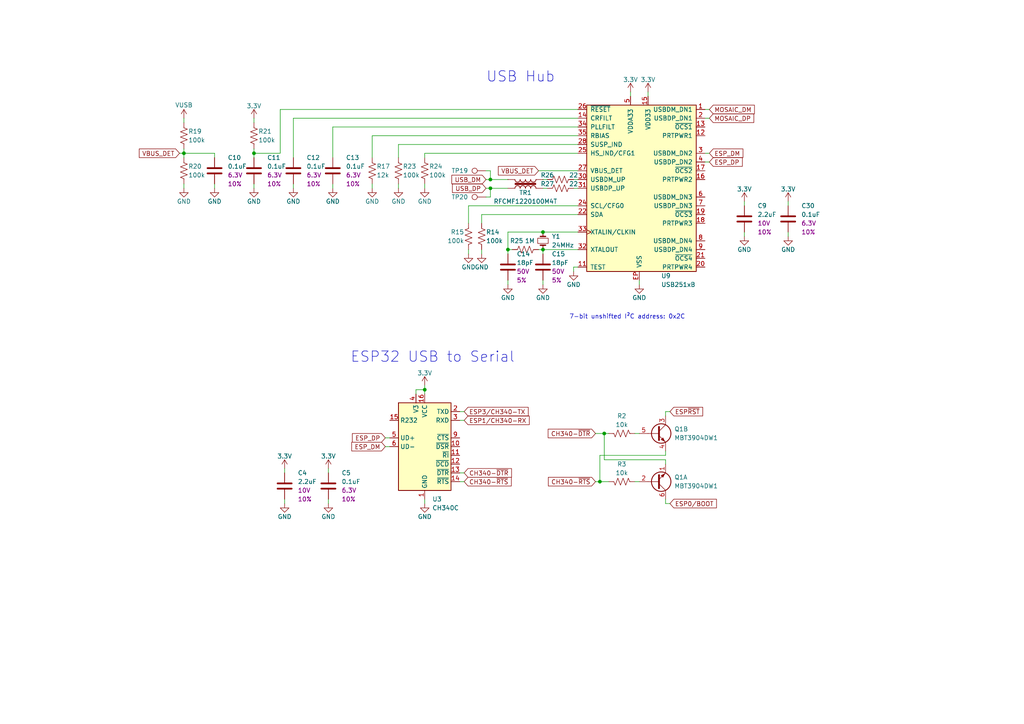
<source format=kicad_sch>
(kicad_sch (version 20230121) (generator eeschema)
  (paper "A4")
  (lib_symbols
    (symbol "SparkFun-Capacitor:0.1uF_0402_6.3V_10%" (pin_numbers hide) (pin_names (offset 0.254))
      (property "Reference" "C" (at 0.635 2.54 0))
      (property "Value" "0.1uF" (at 0.635 -2.54 0))
      (property "Voltage" "6.3V" (at 0 -6.35 0))
      (property "Tolerance" "10%" (at 0 -8.89 0))
      (symbol "0.1uF_0402_6.3V_10%_0_1"
        (polyline (pts (xy -2.032 -0.762) (xy 2.032 -0.762)) (stroke (width 0.508)))
        (polyline (pts (xy -2.032 0.762) (xy 2.032 0.762)) (stroke (width 0.508)))
      )
      (symbol "0.1uF_0402_6.3V_10%_1_1"
        (pin passive line (at 0 3.81 270) (length 2.794) (name "~") (number "1"))
        (pin passive line (at 0 -3.81 90) (length 2.794) (name "~") (number "2"))
      )
    )
    (symbol "SparkFun-Capacitor:18pF_0603_50V_5%" (pin_numbers hide) (pin_names (offset 0.254))
      (property "Reference" "C" (at 0.635 2.54 0))
      (property "Value" "18pF" (at 0.635 -2.54 0))
      (property "Voltage" "50V" (at 0 -6.35 0))
      (property "Tolerance" "5%" (at 0 -8.89 0))
      (symbol "18pF_0603_50V_5%_0_1"
        (polyline (pts (xy -2.032 -0.762) (xy 2.032 -0.762)) (stroke (width 0.508)))
        (polyline (pts (xy -2.032 0.762) (xy 2.032 0.762)) (stroke (width 0.508)))
      )
      (symbol "18pF_0603_50V_5%_1_1"
        (pin passive line (at 0 3.81 270) (length 2.794) (name "~") (number "1"))
        (pin passive line (at 0 -3.81 90) (length 2.794) (name "~") (number "2"))
      )
    )
    (symbol "SparkFun-Capacitor:2.2uF_0402_10V_10%" (pin_numbers hide) (pin_names (offset 0.254))
      (property "Reference" "C" (at 0.635 2.54 0))
      (property "Value" "2.2uF" (at 0.635 -2.54 0))
      (property "Voltage" "10V" (at 0 -6.35 0))
      (property "Tolerance" "10%" (at 0 -8.89 0))
      (symbol "2.2uF_0402_10V_10%_0_1"
        (polyline (pts (xy -2.032 -0.762) (xy 2.032 -0.762)) (stroke (width 0.508)))
        (polyline (pts (xy -2.032 0.762) (xy 2.032 0.762)) (stroke (width 0.508)))
      )
      (symbol "2.2uF_0402_10V_10%_1_1"
        (pin passive line (at 0 3.81 270) (length 2.794) (name "~") (number "1"))
        (pin passive line (at 0 -3.81 90) (length 2.794) (name "~") (number "2"))
      )
    )
    (symbol "SparkFun-Clock:Crystal_24MHz_2.0x1.6mm" (pin_numbers hide) (pin_names (offset 1.016) hide)
      (property "Reference" "Y" (at 0 2.54 0))
      (property "Value" "24MHz" (at 0 -2.54 0))
      (symbol "Crystal_24MHz_2.0x1.6mm_0_1"
        (rectangle (start -0.762 -1.524) (end 0.762 1.524))
        (polyline (pts (xy -1.27 -0.762) (xy -1.27 0.762)) (stroke (width 0.381)))
        (polyline (pts (xy 1.27 -0.762) (xy 1.27 0.762)) (stroke (width 0.381)))
      )
      (symbol "Crystal_24MHz_2.0x1.6mm_1_1"
        (pin passive line (at -2.54 0 0) (length 1.27) (name "1") (number "1"))
        (pin passive line (at 2.54 0 180) (length 1.27) (name "2") (number "2"))
      )
    )
    (symbol "SparkFun-Coil:USB_Transformer" (pin_numbers hide) (pin_names (offset 0))
      (property "Reference" "TR" (at 0 3.81 0))
      (property "Value" "RFCMF1220100M4T" (at 0 -3.81 0))
      (symbol "USB_Transformer_0_1"
        (rectangle (start -3.048 -0.254) (end 3.048 0.254) (stroke (width 0.0254)) (fill (type outline)))
        (arc (start -3.048 1.27) (mid -2.286 0.5113) (end -1.524 1.27) (stroke (width 0.2032)))
        (arc (start -1.524 -1.27) (mid -2.286 -0.5113) (end -3.048 -1.27) (stroke (width 0.2032)))
        (arc (start -1.524 1.27) (mid -0.762 0.5113) (end 0 1.27) (stroke (width 0.2032)))
        (arc (start 0 -1.27) (mid -0.762 -0.5113) (end -1.524 -1.27) (stroke (width 0.2032)))
        (polyline (pts (xy -5.0546 -1.27) (xy -3.048 -1.27)))
        (polyline (pts (xy 5.08 -1.27) (xy 3.048 -1.27)))
        (polyline (pts (xy 5.08 1.27) (xy 3.048 1.27)))
        (arc (start 0 1.27) (mid 0.762 0.5113) (end 1.524 1.27) (stroke (width 0.2032)))
        (arc (start 1.524 -1.27) (mid 0.762 -0.5113) (end 0 -1.27) (stroke (width 0.2032)))
        (arc (start 1.524 1.27) (mid 2.286 0.5113) (end 3.048 1.27) (stroke (width 0.2032)))
        (arc (start 3.048 -1.27) (mid 2.286 -0.5113) (end 1.524 -1.27) (stroke (width 0.2032)))
      )
      (symbol "USB_Transformer_1_1"
        (polyline (pts (xy -5.08 1.27) (xy -3.048 1.27)))
        (pin passive line (at -5.08 1.27 0) (length 0) (name "~") (number "1"))
        (pin passive line (at 5.08 1.27 180) (length 0) (name "~") (number "2"))
        (pin passive line (at -5.08 -1.27 0) (length 0) (name "~") (number "3"))
        (pin passive line (at 5.08 -1.27 180) (length 0) (name "~") (number "4"))
      )
    )
    (symbol "SparkFun-Connector:TestPoint_1.0mm" (pin_numbers hide) (pin_names (offset 0.762) hide)
      (property "Reference" "TP" (at 0 5.08 0))
      (symbol "TestPoint_1.0mm_0_1"
        (circle (center 0 3.302) (radius 0.762))
      )
      (symbol "TestPoint_1.0mm_1_1"
        (pin passive line (at 0 0 90) (length 2.54) (name "1") (number "1"))
      )
    )
    (symbol "SparkFun-DiscreteSemi:Q_NPN_DUAL" (pin_names (offset 0) hide)
      (property "Reference" "Q" (at 5.08 1.27 0))
      (property "Value" "MBT3904DW1" (at 5.08 -1.27 0))
      (symbol "Q_NPN_DUAL_0_1"
        (polyline (pts (xy 0.635 0) (xy -2.54 0)))
        (polyline (pts (xy 0.635 0.635) (xy 2.54 2.54)))
        (polyline (pts (xy 0.635 -0.635) (xy 2.54 -2.54) (xy 2.54 -2.54)))
        (polyline (pts (xy 0.635 1.905) (xy 0.635 -1.905) (xy 0.635 -1.905)) (stroke (width 0.508)))
        (polyline (pts (xy 1.27 -1.778) (xy 1.778 -1.27) (xy 2.286 -2.286) (xy 1.27 -1.778) (xy 1.27 -1.778)) (fill (type outline)))
        (circle (center 1.27 0) (radius 2.8194) (stroke (width 0.254)))
      )
      (symbol "Q_NPN_DUAL_1_1"
        (pin passive line (at 2.54 -5.08 90) (length 2.54) (name "E1") (number "1"))
        (pin input line (at -5.08 0 0) (length 2.54) (name "B1") (number "2"))
        (pin passive line (at 2.54 5.08 270) (length 2.54) (name "C1") (number "6"))
      )
      (symbol "Q_NPN_DUAL_2_1"
        (pin passive line (at 2.54 5.08 270) (length 2.54) (name "C2") (number "3"))
        (pin passive line (at 2.54 -5.08 90) (length 2.54) (name "E2") (number "4"))
        (pin input line (at -5.08 0 0) (length 2.54) (name "B2") (number "5"))
      )
    )
    (symbol "SparkFun-IC-Comm:CH340C"
      (property "Reference" "U" (at 2.1941 -15.24 0))
      (property "Value" "CH340C" (at 2.1941 -17.78 0))
      (symbol "CH340C_0_1"
        (rectangle (start -7.62 12.7) (end 7.62 -12.7) (stroke (width 0.254)) (fill (type background)))
      )
      (symbol "CH340C_1_1"
        (pin power_in line (at 0 -15.24 90) (length 2.54) (name "GND") (number "1"))
        (pin input line (at 10.16 0 180) (length 2.54) (name "~{DSR}") (number "10"))
        (pin input line (at 10.16 -2.54 180) (length 2.54) (name "~{RI}") (number "11"))
        (pin input line (at 10.16 -5.08 180) (length 2.54) (name "~{DCD}") (number "12"))
        (pin output line (at 10.16 -7.62 180) (length 2.54) (name "~{DTR}") (number "13"))
        (pin output line (at 10.16 -10.16 180) (length 2.54) (name "~{RTS}") (number "14"))
        (pin input line (at -10.16 7.62 0) (length 2.54) (name "R232") (number "15"))
        (pin power_in line (at 0 15.24 270) (length 2.54) (name "VCC") (number "16"))
        (pin output line (at 10.16 10.16 180) (length 2.54) (name "TXD") (number "2"))
        (pin input line (at 10.16 7.62 180) (length 2.54) (name "RXD") (number "3"))
        (pin passive line (at -2.54 15.24 270) (length 2.54) (name "V3") (number "4"))
        (pin bidirectional line (at -10.16 2.54 0) (length 2.54) (name "UD+") (number "5"))
        (pin bidirectional line (at -10.16 0 0) (length 2.54) (name "UD-") (number "6"))
        (pin no_connect line (at -7.62 -7.62 0) (length 2.54) hide (name "NC") (number "7"))
        (pin no_connect line (at -7.62 -10.16 0) (length 2.54) hide (name "NC") (number "8"))
        (pin input line (at 10.16 2.54 180) (length 2.54) (name "~{CTS}") (number "9"))
      )
    )
    (symbol "SparkFun-IC-Comm:USB251xB" (pin_names (offset 1.016))
      (property "Reference" "U" (at -13.97 26.67 0))
      (property "Value" "USB251xB" (at -11.43 24.13 0))
      (symbol "USB251xB_0_1"
        (rectangle (start -15.24 22.86) (end 16.51 -25.4) (stroke (width 0.254)) (fill (type background)))
      )
      (symbol "USB251xB_1_1"
        (pin bidirectional line (at 19.05 21.59 180) (length 2.54) (name "USBDM_DN1") (number "1"))
        (pin power_in line (at -2.54 25.4 270) (length 2.54) hide (name "VDDA33") (number "10"))
        (pin input line (at -17.78 -24.13 0) (length 2.54) (name "TEST") (number "11"))
        (pin bidirectional line (at 19.05 13.97 180) (length 2.54) (name "PRTPWR1") (number "12"))
        (pin input line (at 19.05 16.51 180) (length 2.54) (name "~{OCS1}") (number "13"))
        (pin input line (at -17.78 19.05 0) (length 2.54) (name "CRFILT") (number "14"))
        (pin power_in line (at 2.54 25.4 270) (length 2.54) (name "VDD33") (number "15"))
        (pin bidirectional line (at 19.05 1.27 180) (length 2.54) (name "PRTPWR2") (number "16"))
        (pin input line (at 19.05 3.81 180) (length 2.54) (name "~{OCS2}") (number "17"))
        (pin bidirectional line (at 19.05 -11.43 180) (length 2.54) (name "PRTPWR3") (number "18"))
        (pin input line (at 19.05 -8.89 180) (length 2.54) (name "~{OCS3}") (number "19"))
        (pin bidirectional line (at 19.05 19.05 180) (length 2.54) (name "USBDP_DN1") (number "2"))
        (pin bidirectional line (at 19.05 -24.13 180) (length 2.54) (name "PRTPWR4") (number "20"))
        (pin input line (at 19.05 -21.59 180) (length 2.54) (name "~{OCS4}") (number "21"))
        (pin bidirectional line (at -17.78 -8.89 0) (length 2.54) (name "SDA") (number "22"))
        (pin power_in line (at 2.54 25.4 270) (length 2.54) hide (name "VDD33") (number "23"))
        (pin bidirectional line (at -17.78 -6.35 0) (length 2.54) (name "SCL/CFG0") (number "24"))
        (pin bidirectional line (at -17.78 8.89 0) (length 2.54) (name "HS_IND/CFG1") (number "25"))
        (pin input line (at -17.78 21.59 0) (length 2.54) (name "~{RESET}") (number "26"))
        (pin input line (at -17.78 3.81 0) (length 2.54) (name "VBUS_DET") (number "27"))
        (pin bidirectional line (at -17.78 11.43 0) (length 2.54) (name "SUSP_IND") (number "28"))
        (pin power_in line (at -2.54 25.4 270) (length 2.54) hide (name "VDDA33") (number "29"))
        (pin bidirectional line (at 19.05 8.89 180) (length 2.54) (name "USBDM_DN2") (number "3"))
        (pin bidirectional line (at -17.78 1.27 0) (length 2.54) (name "USBDM_UP") (number "30"))
        (pin bidirectional line (at -17.78 -1.27 0) (length 2.54) (name "USBDP_UP") (number "31"))
        (pin output line (at -17.78 -19.05 0) (length 2.54) (name "XTALOUT") (number "32"))
        (pin input clock (at -17.78 -13.97 0) (length 2.54) (name "XTALIN/CLKIN") (number "33"))
        (pin input line (at -17.78 16.51 0) (length 2.54) (name "PLLFILT") (number "34"))
        (pin input line (at -17.78 13.97 0) (length 2.54) (name "RBIAS") (number "35"))
        (pin power_in line (at -2.54 25.4 270) (length 2.54) hide (name "VDDA33") (number "36"))
        (pin bidirectional line (at 19.05 6.35 180) (length 2.54) (name "USBDP_DN2") (number "4"))
        (pin power_in line (at -2.54 25.4 270) (length 2.54) (name "VDDA33") (number "5"))
        (pin bidirectional line (at 19.05 -3.81 180) (length 2.54) (name "USBDM_DN3") (number "6"))
        (pin bidirectional line (at 19.05 -6.35 180) (length 2.54) (name "USBDP_DN3") (number "7"))
        (pin bidirectional line (at 19.05 -16.51 180) (length 2.54) (name "USBDM_DN4") (number "8"))
        (pin bidirectional line (at 19.05 -19.05 180) (length 2.54) (name "USBDP_DN4") (number "9"))
        (pin power_in line (at 0 -27.94 90) (length 2.54) (name "VSS") (number "EP"))
      )
    )
    (symbol "SparkFun-PowerSymbol:3.3V" (power) (pin_names (offset 0))
      (property "Value" "3.3V" (at 0 3.556 0))
      (symbol "3.3V_0_1"
        (polyline (pts (xy -0.762 1.27) (xy 0 2.54)))
        (polyline (pts (xy 0 0) (xy 0 2.54)))
        (polyline (pts (xy 0 2.54) (xy 0.762 1.27)))
      )
      (symbol "3.3V_1_1"
        (pin power_in line (at 0 0 90) (length 0) hide (name "3.3V") (number "1"))
      )
    )
    (symbol "SparkFun-PowerSymbol:VUSB" (power) (pin_names (offset 0))
      (property "Value" "VUSB" (at 0 3.81 0))
      (symbol "VUSB_0_1"
        (polyline (pts (xy -0.762 1.27) (xy 0 2.54)))
        (polyline (pts (xy 0 0) (xy 0 2.54)))
        (polyline (pts (xy 0 2.54) (xy 0.762 1.27)))
      )
      (symbol "VUSB_1_1"
        (pin power_in line (at 0 0 90) (length 0) hide (name "VUSB") (number "1"))
      )
    )
    (symbol "SparkFun-Resistor:100k_0402" (pin_numbers hide) (pin_names (offset 0))
      (property "Reference" "R" (at 0 -2.54 0))
      (property "Value" "100k" (at 0 2.54 0))
      (symbol "100k_0402_0_1"
        (polyline (pts (xy -2.286 0) (xy -2.54 0)))
        (polyline (pts (xy 2.286 0) (xy 2.54 0)))
        (polyline (pts (xy -0.762 0) (xy -1.143 -1.016) (xy -1.524 0) (xy -1.905 1.016) (xy -2.286 0)))
        (polyline (pts (xy 0.762 0) (xy 0.381 -1.016) (xy 0 0) (xy -0.381 1.016) (xy -0.762 0)))
        (polyline (pts (xy 2.286 0) (xy 1.905 -1.016) (xy 1.524 0) (xy 1.143 1.016) (xy 0.762 0)))
      )
      (symbol "100k_0402_1_1"
        (pin passive line (at 3.81 0 180) (length 1.27) (name "~") (number "1"))
        (pin passive line (at -3.81 0 0) (length 1.27) (name "~") (number "2"))
      )
    )
    (symbol "SparkFun-Resistor:10k_0402" (pin_numbers hide) (pin_names (offset 0))
      (property "Reference" "R" (at 0 -2.54 0))
      (property "Value" "10k" (at 0 2.54 0))
      (symbol "10k_0402_0_1"
        (polyline (pts (xy -2.286 0) (xy -2.54 0)))
        (polyline (pts (xy 2.286 0) (xy 2.54 0)))
        (polyline (pts (xy -0.762 0) (xy -1.143 -1.016) (xy -1.524 0) (xy -1.905 1.016) (xy -2.286 0)))
        (polyline (pts (xy 0.762 0) (xy 0.381 -1.016) (xy 0 0) (xy -0.381 1.016) (xy -0.762 0)))
        (polyline (pts (xy 2.286 0) (xy 1.905 -1.016) (xy 1.524 0) (xy 1.143 1.016) (xy 0.762 0)))
      )
      (symbol "10k_0402_1_1"
        (pin passive line (at 3.81 0 180) (length 1.27) (name "~") (number "1"))
        (pin passive line (at -3.81 0 0) (length 1.27) (name "~") (number "2"))
      )
    )
    (symbol "SparkFun-Resistor:12k_0402" (pin_numbers hide) (pin_names (offset 0))
      (property "Reference" "R" (at 0 -2.54 0))
      (property "Value" "12k" (at 0 2.54 0))
      (symbol "12k_0402_0_1"
        (polyline (pts (xy -2.286 0) (xy -2.54 0)))
        (polyline (pts (xy 2.286 0) (xy 2.54 0)))
        (polyline (pts (xy -0.762 0) (xy -1.143 -1.016) (xy -1.524 0) (xy -1.905 1.016) (xy -2.286 0)))
        (polyline (pts (xy 0.762 0) (xy 0.381 -1.016) (xy 0 0) (xy -0.381 1.016) (xy -0.762 0)))
        (polyline (pts (xy 2.286 0) (xy 1.905 -1.016) (xy 1.524 0) (xy 1.143 1.016) (xy 0.762 0)))
      )
      (symbol "12k_0402_1_1"
        (pin passive line (at 3.81 0 180) (length 1.27) (name "~") (number "1"))
        (pin passive line (at -3.81 0 0) (length 1.27) (name "~") (number "2"))
      )
    )
    (symbol "SparkFun-Resistor:1M_0402" (pin_numbers hide) (pin_names (offset 0))
      (property "Reference" "R" (at 0 -2.54 0))
      (property "Value" "1M" (at 0 2.54 0))
      (symbol "1M_0402_0_1"
        (polyline (pts (xy -2.286 0) (xy -2.54 0)))
        (polyline (pts (xy 2.286 0) (xy 2.54 0)))
        (polyline (pts (xy -0.762 0) (xy -1.143 -1.016) (xy -1.524 0) (xy -1.905 1.016) (xy -2.286 0)))
        (polyline (pts (xy 0.762 0) (xy 0.381 -1.016) (xy 0 0) (xy -0.381 1.016) (xy -0.762 0)))
        (polyline (pts (xy 2.286 0) (xy 1.905 -1.016) (xy 1.524 0) (xy 1.143 1.016) (xy 0.762 0)))
      )
      (symbol "1M_0402_1_1"
        (pin passive line (at 3.81 0 180) (length 1.27) (name "~") (number "1"))
        (pin passive line (at -3.81 0 0) (length 1.27) (name "~") (number "2"))
      )
    )
    (symbol "SparkFun-Resistor:22_0402" (pin_numbers hide) (pin_names (offset 0))
      (property "Reference" "R" (at 0 -2.54 0))
      (property "Value" "22" (at 0 2.54 0))
      (symbol "22_0402_0_1"
        (polyline (pts (xy -2.286 0) (xy -2.54 0)))
        (polyline (pts (xy 2.286 0) (xy 2.54 0)))
        (polyline (pts (xy -0.762 0) (xy -1.143 -1.016) (xy -1.524 0) (xy -1.905 1.016) (xy -2.286 0)))
        (polyline (pts (xy 0.762 0) (xy 0.381 -1.016) (xy 0 0) (xy -0.381 1.016) (xy -0.762 0)))
        (polyline (pts (xy 2.286 0) (xy 1.905 -1.016) (xy 1.524 0) (xy 1.143 1.016) (xy 0.762 0)))
      )
      (symbol "22_0402_1_1"
        (pin passive line (at 3.81 0 180) (length 1.27) (name "~") (number "1"))
        (pin passive line (at -3.81 0 0) (length 1.27) (name "~") (number "2"))
      )
    )
    (symbol "power:GND" (power) (pin_names (offset 0))
      (property "Value" "GND" (at 0 -3.81 0))
      (symbol "GND_0_1"
        (polyline (pts (xy 0 0) (xy 0 -1.27) (xy 1.27 -1.27) (xy 0 -2.54) (xy -1.27 -1.27) (xy 0 -1.27)))
      )
      (symbol "GND_1_1"
        (pin power_in line (at 0 0 270) (length 0) hide (name "GND") (number "1"))
      )
    )
  )
  (junction (at 53.34 44.45))
  (junction (at 73.66 44.45))
  (junction (at 142.24 54.61))
  (junction (at 173.99 139.7))
  (junction (at 142.24 52.07))
  (junction (at 157.48 72.39))
  (junction (at 123.19 113.03))
  (junction (at 157.48 67.31))
  (junction (at 175.26 125.73))
  (junction (at 147.32 72.39))
  (wire (pts (xy 107.95 54.61) (xy 107.95 53.34)))
  (wire (pts (xy 53.34 44.45) (xy 62.23 44.45)))
  (wire (pts (xy 215.9 67.31) (xy 215.9 68.58)))
  (wire (pts (xy 166.37 54.61) (xy 167.64 54.61)))
  (wire (pts (xy 147.32 72.39) (xy 147.32 73.66)))
  (wire (pts (xy 167.64 77.47) (xy 166.37 77.47)))
  (wire (pts (xy 73.66 44.45) (xy 73.66 43.18)))
  (wire (pts (xy 81.28 44.45) (xy 73.66 44.45)))
  (wire (pts (xy 194.31 119.38) (xy 193.04 119.38)))
  (wire (pts (xy 167.64 59.69) (xy 135.89 59.69)))
  (wire (pts (xy 175.26 125.73) (xy 175.26 133.35)))
  (wire (pts (xy 123.19 144.78) (xy 123.19 146.05)))
  (wire (pts (xy 142.24 49.53) (xy 142.24 52.07)))
  (wire (pts (xy 167.64 36.83) (xy 96.52 36.83)))
  (wire (pts (xy 123.19 54.61) (xy 123.19 53.34)))
  (wire (pts (xy 140.97 49.53) (xy 142.24 49.53)))
  (wire (pts (xy 115.57 54.61) (xy 115.57 53.34)))
  (wire (pts (xy 115.57 41.91) (xy 115.57 45.72)))
  (wire (pts (xy 52.07 44.45) (xy 53.34 44.45)))
  (wire (pts (xy 142.24 54.61) (xy 147.32 54.61)))
  (wire (pts (xy 107.95 39.37) (xy 107.95 45.72)))
  (wire (pts (xy 135.89 72.39) (xy 135.89 73.66)))
  (wire (pts (xy 147.32 72.39) (xy 148.59 72.39)))
  (wire (pts (xy 167.64 39.37) (xy 107.95 39.37)))
  (wire (pts (xy 176.53 139.7) (xy 173.99 139.7)))
  (wire (pts (xy 204.47 34.29) (xy 205.74 34.29)))
  (wire (pts (xy 147.32 82.55) (xy 147.32 81.28)))
  (wire (pts (xy 147.32 67.31) (xy 157.48 67.31)))
  (wire (pts (xy 167.64 44.45) (xy 123.19 44.45)))
  (wire (pts (xy 82.55 137.16) (xy 82.55 135.89)))
  (wire (pts (xy 167.64 62.23) (xy 139.7 62.23)))
  (wire (pts (xy 166.37 77.47) (xy 166.37 78.74)))
  (wire (pts (xy 123.19 113.03) (xy 123.19 114.3)))
  (wire (pts (xy 73.66 54.61) (xy 73.66 53.34)))
  (wire (pts (xy 120.65 113.03) (xy 123.19 113.03)))
  (wire (pts (xy 140.97 54.61) (xy 142.24 54.61)))
  (wire (pts (xy 187.96 26.67) (xy 187.96 27.94)))
  (wire (pts (xy 82.55 144.78) (xy 82.55 146.05)))
  (wire (pts (xy 85.09 54.61) (xy 85.09 53.34)))
  (wire (pts (xy 193.04 132.08) (xy 173.99 132.08)))
  (wire (pts (xy 134.62 139.7) (xy 133.35 139.7)))
  (wire (pts (xy 73.66 34.29) (xy 73.66 35.56)))
  (wire (pts (xy 193.04 144.78) (xy 193.04 146.05)))
  (wire (pts (xy 176.53 125.73) (xy 175.26 125.73)))
  (wire (pts (xy 185.42 82.55) (xy 185.42 81.28)))
  (wire (pts (xy 120.65 114.3) (xy 120.65 113.03)))
  (wire (pts (xy 140.97 57.15) (xy 142.24 57.15)))
  (wire (pts (xy 157.48 72.39) (xy 167.64 72.39)))
  (wire (pts (xy 185.42 125.73) (xy 184.15 125.73)))
  (wire (pts (xy 204.47 31.75) (xy 205.74 31.75)))
  (wire (pts (xy 140.97 52.07) (xy 142.24 52.07)))
  (wire (pts (xy 173.99 132.08) (xy 173.99 139.7)))
  (wire (pts (xy 167.64 34.29) (xy 85.09 34.29)))
  (wire (pts (xy 193.04 134.62) (xy 193.04 133.35)))
  (wire (pts (xy 228.6 67.31) (xy 228.6 68.58)))
  (wire (pts (xy 95.25 135.89) (xy 95.25 137.16)))
  (wire (pts (xy 139.7 62.23) (xy 139.7 64.77)))
  (wire (pts (xy 167.64 41.91) (xy 115.57 41.91)))
  (wire (pts (xy 228.6 58.42) (xy 228.6 59.69)))
  (wire (pts (xy 142.24 52.07) (xy 147.32 52.07)))
  (wire (pts (xy 204.47 46.99) (xy 205.74 46.99)))
  (wire (pts (xy 73.66 44.45) (xy 73.66 45.72)))
  (wire (pts (xy 157.48 72.39) (xy 157.48 73.66)))
  (wire (pts (xy 81.28 31.75) (xy 81.28 44.45)))
  (wire (pts (xy 142.24 54.61) (xy 142.24 57.15)))
  (wire (pts (xy 96.52 36.83) (xy 96.52 45.72)))
  (wire (pts (xy 123.19 111.76) (xy 123.19 113.03)))
  (wire (pts (xy 95.25 144.78) (xy 95.25 146.05)))
  (wire (pts (xy 182.88 26.67) (xy 182.88 27.94)))
  (wire (pts (xy 204.47 44.45) (xy 205.74 44.45)))
  (wire (pts (xy 194.31 146.05) (xy 193.04 146.05)))
  (wire (pts (xy 133.35 119.38) (xy 134.62 119.38)))
  (wire (pts (xy 135.89 59.69) (xy 135.89 64.77)))
  (wire (pts (xy 53.34 34.29) (xy 53.34 35.56)))
  (wire (pts (xy 157.48 72.39) (xy 156.21 72.39)))
  (wire (pts (xy 53.34 43.18) (xy 53.34 44.45)))
  (wire (pts (xy 85.09 34.29) (xy 85.09 45.72)))
  (wire (pts (xy 167.64 31.75) (xy 81.28 31.75)))
  (wire (pts (xy 123.19 44.45) (xy 123.19 45.72)))
  (wire (pts (xy 157.48 52.07) (xy 158.75 52.07)))
  (wire (pts (xy 156.21 49.53) (xy 167.64 49.53)))
  (wire (pts (xy 111.76 127) (xy 113.03 127)))
  (wire (pts (xy 157.48 82.55) (xy 157.48 81.28)))
  (wire (pts (xy 53.34 44.45) (xy 53.34 45.72)))
  (wire (pts (xy 53.34 54.61) (xy 53.34 53.34)))
  (wire (pts (xy 62.23 44.45) (xy 62.23 45.72)))
  (wire (pts (xy 147.32 67.31) (xy 147.32 72.39)))
  (wire (pts (xy 166.37 52.07) (xy 167.64 52.07)))
  (wire (pts (xy 215.9 59.69) (xy 215.9 58.42)))
  (wire (pts (xy 193.04 120.65) (xy 193.04 119.38)))
  (wire (pts (xy 133.35 137.16) (xy 134.62 137.16)))
  (wire (pts (xy 96.52 54.61) (xy 96.52 53.34)))
  (wire (pts (xy 139.7 72.39) (xy 139.7 73.66)))
  (wire (pts (xy 111.76 129.54) (xy 113.03 129.54)))
  (wire (pts (xy 173.99 139.7) (xy 172.72 139.7)))
  (wire (pts (xy 193.04 133.35) (xy 175.26 133.35)))
  (wire (pts (xy 157.48 67.31) (xy 167.64 67.31)))
  (wire (pts (xy 157.48 54.61) (xy 158.75 54.61)))
  (wire (pts (xy 133.35 121.92) (xy 134.62 121.92)))
  (wire (pts (xy 175.26 125.73) (xy 172.72 125.73)))
  (wire (pts (xy 185.42 139.7) (xy 184.15 139.7)))
  (wire (pts (xy 62.23 54.61) (xy 62.23 53.34)))
  (wire (pts (xy 193.04 132.08) (xy 193.04 130.81)))
  (text "ESP32 USB to Serial" (at 101.6 105.41 0) (effects (font (size 3 3)) (justify left bottom)))
  (text "7-bit unshifted I²C address: 0x2C" (at 165.1 92.71 0) (effects (font (size 1.27 1.27)) (justify left bottom)))
  (text "USB Hub" (at 140.97 24.13 0) (effects (font (size 3 3)) (justify left bottom)))
  (global_label "CH340-~{DTR}" (shape input) (at 134.62 137.16 0) (property "Intersheetrefs" "${INTERSHEET_REFS}" (effects hide)))
  (global_label "ESP_DM" (shape input) (at 205.74 44.45 0) (property "Intersheetrefs" "${INTERSHEET_REFS}" (effects hide)))
  (global_label "CH340-~{DTR}" (shape input) (at 172.72 125.73 180) (property "Intersheetrefs" "${INTERSHEET_REFS}" (effects hide)))
  (global_label "ESP_DP" (shape input) (at 205.74 46.99 0) (property "Intersheetrefs" "${INTERSHEET_REFS}" (effects hide)))
  (global_label "ESP3{slash}CH340-TX" (shape input) (at 134.62 119.38 0) (property "Intersheetrefs" "${INTERSHEET_REFS}" (effects hide)))
  (global_label "MOSAIC_DP" (shape input) (at 205.74 34.29 0) (property "Intersheetrefs" "${INTERSHEET_REFS}" (effects hide)))
  (global_label "ESP~{RST}" (shape input) (at 194.31 119.38 0) (property "Intersheetrefs" "${INTERSHEET_REFS}" (effects hide)))
  (global_label "CH340-~{RTS}" (shape input) (at 172.72 139.7 180) (property "Intersheetrefs" "${INTERSHEET_REFS}" (effects hide)))
  (global_label "CH340-~{RTS}" (shape input) (at 134.62 139.7 0) (property "Intersheetrefs" "${INTERSHEET_REFS}" (effects hide)))
  (global_label "USB_DM" (shape input) (at 140.97 52.07 180) (property "Intersheetrefs" "${INTERSHEET_REFS}" (effects hide)))
  (global_label "ESP1{slash}CH340-RX" (shape input) (at 134.62 121.92 0) (property "Intersheetrefs" "${INTERSHEET_REFS}" (effects hide)))
  (global_label "ESP_DM" (shape input) (at 111.76 129.54 180) (property "Intersheetrefs" "${INTERSHEET_REFS}" (effects hide)))
  (global_label "ESP_DP" (shape input) (at 111.76 127 180) (property "Intersheetrefs" "${INTERSHEET_REFS}" (effects hide)))
  (global_label "VBUS_DET" (shape input) (at 52.07 44.45 180) (property "Intersheetrefs" "${INTERSHEET_REFS}" (effects hide)))
  (global_label "VBUS_DET" (shape input) (at 156.21 49.53 180) (property "Intersheetrefs" "${INTERSHEET_REFS}" (effects hide)))
  (global_label "MOSAIC_DM" (shape input) (at 205.74 31.75 0) (property "Intersheetrefs" "${INTERSHEET_REFS}" (effects hide)))
  (global_label "USB_DP" (shape input) (at 140.97 54.61 180) (property "Intersheetrefs" "${INTERSHEET_REFS}" (effects hide)))
  (global_label "ESP0{slash}BOOT" (shape input) (at 194.31 146.05 0) (property "Intersheetrefs" "${INTERSHEET_REFS}" (effects hide)))
  (symbol (lib_id "power:GND") (at 139.7 73.66 0) (unit 1)
    (property "Reference" "#PWR0110" (effects hide))
    (property "Value" "GND" (at 139.7 77.47 0))
  )
  (symbol (lib_id "SparkFun-Capacitor:0.1uF_0402_6.3V_10%") (at 62.23 49.53 0) (unit 1)
    (property "Reference" "C10" (at 66.04 45.72 0) (effects (justify left)))
    (property "Value" "0.1uF" (at 66.04 48.26 0) (effects (justify left)))
    (property "Footprint" "SparkFun-Capacitor:C_0402_1005Metric" (effects hide))
    (property "Datasheet" "https://cdn.sparkfun.com/assets/8/a/4/a/5/Kemet_Capacitor_Datasheet.pdf" (effects hide))
    (property "PROD_ID" "CAP-14993" (effects hide))
    (property "Voltage" "6.3V" (at 66.04 50.8 0) (effects (justify left)))
    (property "Tolerance" "10%" (at 66.04 53.34 0) (effects (justify left)))
  )
  (symbol (lib_id "power:GND") (at 166.37 78.74 0) (unit 1)
    (property "Reference" "#PWR055" (effects hide))
    (property "Value" "GND" (at 166.37 82.55 0))
  )
  (symbol (lib_id "power:GND") (at 135.89 73.66 0) (unit 1)
    (property "Reference" "#PWR0109" (effects hide))
    (property "Value" "GND" (at 135.89 77.47 0))
  )
  (symbol (lib_id "power:GND") (at 185.42 82.55 0) (unit 1)
    (property "Reference" "#PWR056" (effects hide))
    (property "Value" "GND" (at 185.42 86.36 0))
  )
  (symbol (lib_id "power:GND") (at 157.48 82.55 0) (unit 1)
    (property "Reference" "#PWR054" (effects hide))
    (property "Value" "GND" (at 157.48 86.36 0))
  )
  (symbol (lib_id "power:GND") (at 123.19 146.05 0) (unit 1)
    (property "Reference" "#PWR020" (effects hide))
    (property "Value" "GND" (at 123.19 149.86 0))
  )
  (symbol (lib_id "power:GND") (at 82.55 146.05 0) (unit 1)
    (property "Reference" "#PWR073" (effects hide))
    (property "Value" "GND" (at 82.55 149.86 0))
  )
  (symbol (lib_id "SparkFun-Capacitor:0.1uF_0402_6.3V_10%") (at 85.09 49.53 0) (unit 1)
    (property "Reference" "C12" (at 88.9 45.72 0) (effects (justify left)))
    (property "Value" "0.1uF" (at 88.9 48.26 0) (effects (justify left)))
    (property "Footprint" "SparkFun-Capacitor:C_0402_1005Metric" (effects hide))
    (property "Datasheet" "https://cdn.sparkfun.com/assets/8/a/4/a/5/Kemet_Capacitor_Datasheet.pdf" (effects hide))
    (property "PROD_ID" "CAP-14993" (effects hide))
    (property "Voltage" "6.3V" (at 88.9 50.8 0) (effects (justify left)))
    (property "Tolerance" "10%" (at 88.9 53.34 0) (effects (justify left)))
  )
  (symbol (lib_id "SparkFun-Resistor:100k_0402") (at 123.19 49.53 90) (unit 1)
    (property "Reference" "R24" (at 124.46 48.26 90) (effects (justify right)))
    (property "Value" "100k" (at 124.46 50.8 90) (effects (justify right)))
    (property "Footprint" "SparkFun-Resistor:R_0402_1005Metric" (effects hide))
    (property "Datasheet" "https://www.vishay.com/docs/20035/dcrcwe3.pdf" (effects hide))
    (property "PROD_ID" "RES-13495" (effects hide))
  )
  (symbol (lib_id "power:GND") (at 96.52 54.61 0) (unit 1)
    (property "Reference" "#PWR049" (effects hide))
    (property "Value" "GND" (at 96.52 58.42 0))
  )
  (symbol (lib_id "SparkFun-PowerSymbol:3.3V") (at 228.6 58.42 0) (unit 1)
    (property "Reference" "#PWR0116" (effects hide))
    (property "Value" "3.3V" (at 228.6 54.864 0))
  )
  (symbol (lib_id "SparkFun-Resistor:22_0402") (at 162.56 52.07 0) (unit 1)
    (property "Reference" "R26" (at 158.75 50.8 0))
    (property "Value" "22" (at 166.37 50.8 0))
    (property "Footprint" "SparkFun-Resistor:R_0402_1005Metric" (effects hide))
    (property "Datasheet" "https://www.vishay.com/docs/20035/dcrcwe3.pdf" (effects hide))
    (property "PROD_ID" "RES-12427" (effects hide))
  )
  (symbol (lib_id "power:GND") (at 123.19 54.61 0) (unit 1)
    (property "Reference" "#PWR052" (effects hide))
    (property "Value" "GND" (at 123.19 58.42 0))
  )
  (symbol (lib_id "SparkFun-Resistor:100k_0402") (at 53.34 49.53 90) (unit 1)
    (property "Reference" "R20" (at 54.61 48.26 90) (effects (justify right)))
    (property "Value" "100k" (at 54.61 50.8 90) (effects (justify right)))
    (property "Footprint" "SparkFun-Resistor:R_0402_1005Metric" (effects hide))
    (property "Datasheet" "https://www.vishay.com/docs/20035/dcrcwe3.pdf" (effects hide))
    (property "PROD_ID" "RES-13495" (effects hide))
  )
  (symbol (lib_id "SparkFun-Resistor:10k_0402") (at 180.34 139.7 0) (mirror x) (unit 1)
    (property "Reference" "R3" (at 180.34 134.62 0))
    (property "Value" "10k" (at 180.34 137.16 0))
    (property "Footprint" "SparkFun-Resistor:R_0402_1005Metric" (effects hide))
    (property "Datasheet" "https://www.vishay.com/docs/20035/dcrcwe3.pdf" (effects hide))
    (property "PROD_ID" "RES-14241" (effects hide))
  )
  (symbol (lib_id "SparkFun-Resistor:22_0402") (at 162.56 54.61 0) (unit 1)
    (property "Reference" "R27" (at 158.75 53.34 0))
    (property "Value" "22" (at 166.37 53.34 0))
    (property "Footprint" "SparkFun-Resistor:R_0402_1005Metric" (effects hide))
    (property "Datasheet" "https://www.vishay.com/docs/20035/dcrcwe3.pdf" (effects hide))
    (property "PROD_ID" "RES-12427" (effects hide))
  )
  (symbol (lib_id "SparkFun-Capacitor:18pF_0603_50V_5%") (at 147.32 77.47 0) (unit 1)
    (property "Reference" "C14" (at 149.86 73.66 0) (effects (justify left)))
    (property "Value" "18pF" (at 149.86 76.2 0) (effects (justify left)))
    (property "Footprint" "SparkFun-Capacitor:C_0603_1608Metric" (effects hide))
    (property "Datasheet" "https://cdn.sparkfun.com/assets/8/a/4/a/5/Kemet_Capacitor_Datasheet.pdf" (effects hide))
    (property "PROD_ID" "CAP-08267" (effects hide))
    (property "Voltage" "50V" (at 149.86 78.74 0) (effects (justify left)))
    (property "Tolerance" "5%" (at 149.86 81.28 0) (effects (justify left)))
  )
  (symbol (lib_id "SparkFun-DiscreteSemi:Q_NPN_DUAL") (at 190.5 139.7 0) (mirror x) (unit 1)
    (property "Reference" "Q1" (at 195.58 138.43 0) (effects (justify left)))
    (property "Value" "MBT3904DW1" (at 195.58 140.97 0) (effects (justify left)))
    (property "Footprint" "SparkFun-Semiconductor-Standard:SOT-323" (effects hide))
    (property "Datasheet" "https://assets.nexperia.com/documents/data-sheet/BC846BS.pdf" (effects hide))
    (property "PROD_ID" "TRANS-13337" (effects hide))
  )
  (symbol (lib_id "power:GND") (at 73.66 54.61 0) (unit 1)
    (property "Reference" "#PWR047" (effects hide))
    (property "Value" "GND" (at 73.66 58.42 0))
  )
  (symbol (lib_id "SparkFun-IC-Comm:CH340C") (at 123.19 129.54 0) (unit 1)
    (property "Reference" "U3" (at 125.3841 144.78 0) (effects (justify left)))
    (property "Value" "CH340C" (at 125.3841 147.32 0) (effects (justify left)))
    (property "Footprint" "SparkFun-Semiconductor-Standard:SO16" (effects hide))
    (property "Datasheet" "https://datasheet.lcsc.com/szlcsc/Jiangsu-Qin-Heng-CH340C_C84681.pdf" (effects hide))
    (property "PROD_ID" "IC-14038" (effects hide))
  )
  (symbol (lib_id "SparkFun-PowerSymbol:3.3V") (at 82.55 135.89 0) (unit 1)
    (property "Reference" "#PWR022" (effects hide))
    (property "Value" "3.3V" (at 82.55 132.334 0))
  )
  (symbol (lib_id "power:GND") (at 228.6 68.58 0) (unit 1)
    (property "Reference" "#PWR0117" (effects hide))
    (property "Value" "GND" (at 228.6 72.39 0))
  )
  (symbol (lib_id "SparkFun-Coil:USB_Transformer") (at 152.4 53.34 0) (unit 1)
    (property "Reference" "TR1" (at 152.4 55.88 0))
    (property "Value" "RFCMF1220100M4T" (at 152.4 58.42 0))
    (property "Footprint" "SparkFun-Coil:RFCMF1220100M4T" (effects hide))
    (property "Datasheet" "http://www.passivecomponent.com/wp-content/uploads/2018/10/RF-Filter.pdf" (effects hide))
    (property "PROD_ID" "COMP-19495" (effects hide))
  )
  (symbol (lib_id "SparkFun-Capacitor:0.1uF_0402_6.3V_10%") (at 95.25 140.97 0) (unit 1)
    (property "Reference" "C5" (at 99.06 137.16 0) (effects (justify left)))
    (property "Value" "0.1uF" (at 99.06 139.7 0) (effects (justify left)))
    (property "Footprint" "SparkFun-Capacitor:C_0402_1005Metric" (effects hide))
    (property "Datasheet" "https://cdn.sparkfun.com/assets/8/a/4/a/5/Kemet_Capacitor_Datasheet.pdf" (effects hide))
    (property "PROD_ID" "CAP-14993" (effects hide))
    (property "Voltage" "6.3V" (at 99.06 142.24 0) (effects (justify left)))
    (property "Tolerance" "10%" (at 99.06 144.78 0) (effects (justify left)))
  )
  (symbol (lib_id "SparkFun-Connector:TestPoint_1.0mm") (at 140.97 49.53 90) (unit 1)
    (property "Reference" "TP19" (at 133.35 49.53 90))
    (property "Value" "1.0mm" (effects hide))
    (property "Footprint" "SparkFun-Connector:TestPoint-1.0mm" (effects hide))
  )
  (symbol (lib_id "SparkFun-PowerSymbol:3.3V") (at 73.66 34.29 0) (unit 1)
    (property "Reference" "#PWR078" (effects hide))
    (property "Value" "3.3V" (at 73.66 30.734 0))
  )
  (symbol (lib_id "power:GND") (at 215.9 68.58 0) (unit 1)
    (property "Reference" "#PWR0115" (effects hide))
    (property "Value" "GND" (at 215.9 72.39 0))
  )
  (symbol (lib_id "SparkFun-Resistor:12k_0402") (at 107.95 49.53 270) (unit 1)
    (property "Reference" "R17" (at 109.22 48.26 90) (effects (justify left)))
    (property "Value" "12k" (at 109.22 50.8 90) (effects (justify left)))
    (property "Footprint" "SparkFun-Resistor:R_0402_1005Metric" (effects hide))
    (property "Datasheet" "https://www.vishay.com/docs/20035/dcrcwe3.pdf" (effects hide))
    (property "PROD_ID" "RES-14967" (effects hide))
  )
  (symbol (lib_id "SparkFun-IC-Comm:USB251xB") (at 185.42 53.34 0) (unit 1)
    (property "Reference" "U9" (at 191.77 80.01 0) (effects (justify left)))
    (property "Value" "USB251xB" (at 191.77 82.55 0) (effects (justify left)))
    (property "Footprint" "SparkFun-Semiconductor-Standard:QFN-36" (effects hide))
    (property "Datasheet" "http://ww1.microchip.com/downloads/en/DeviceDoc/00001692C.pdf" (effects hide))
    (property "PROD_ID" "IC-15827" (effects hide))
  )
  (symbol (lib_id "SparkFun-Capacitor:0.1uF_0402_6.3V_10%") (at 228.6 63.5 0) (unit 1)
    (property "Reference" "C30" (at 232.41 59.69 0) (effects (justify left)))
    (property "Value" "0.1uF" (at 232.41 62.23 0) (effects (justify left)))
    (property "Footprint" "SparkFun-Capacitor:C_0402_1005Metric" (effects hide))
    (property "Datasheet" "https://cdn.sparkfun.com/assets/8/a/4/a/5/Kemet_Capacitor_Datasheet.pdf" (effects hide))
    (property "PROD_ID" "CAP-14993" (effects hide))
    (property "Voltage" "6.3V" (at 232.41 64.77 0) (effects (justify left)))
    (property "Tolerance" "10%" (at 232.41 67.31 0) (effects (justify left)))
  )
  (symbol (lib_id "SparkFun-Capacitor:2.2uF_0402_10V_10%") (at 82.55 140.97 0) (unit 1)
    (property "Reference" "C4" (at 86.36 137.16 0) (effects (justify left)))
    (property "Value" "2.2uF" (at 86.36 139.7 0) (effects (justify left)))
    (property "Footprint" "SparkFun-Capacitor:C_0402_1005Metric" (effects hide))
    (property "Datasheet" "https://cdn.sparkfun.com/assets/8/a/4/a/5/Kemet_Capacitor_Datasheet.pdf" (effects hide))
    (property "PROD_ID" "CAP-14232" (effects hide))
    (property "Voltage" "10V" (at 86.36 142.24 0) (effects (justify left)))
    (property "Tolerance" "10%" (at 86.36 144.78 0) (effects (justify left)))
  )
  (symbol (lib_id "SparkFun-Capacitor:0.1uF_0402_6.3V_10%") (at 96.52 49.53 0) (unit 1)
    (property "Reference" "C13" (at 100.33 45.72 0) (effects (justify left)))
    (property "Value" "0.1uF" (at 100.33 48.26 0) (effects (justify left)))
    (property "Footprint" "SparkFun-Capacitor:C_0402_1005Metric" (effects hide))
    (property "Datasheet" "https://cdn.sparkfun.com/assets/8/a/4/a/5/Kemet_Capacitor_Datasheet.pdf" (effects hide))
    (property "PROD_ID" "CAP-14993" (effects hide))
    (property "Voltage" "6.3V" (at 100.33 50.8 0) (effects (justify left)))
    (property "Tolerance" "10%" (at 100.33 53.34 0) (effects (justify left)))
  )
  (symbol (lib_id "SparkFun-DiscreteSemi:Q_NPN_DUAL") (at 190.5 125.73 0) (unit 2)
    (property "Reference" "Q1" (at 195.58 124.46 0) (effects (justify left)))
    (property "Value" "MBT3904DW1" (at 195.58 127 0) (effects (justify left)))
    (property "Footprint" "SparkFun-Semiconductor-Standard:SOT-323" (effects hide))
    (property "Datasheet" "https://assets.nexperia.com/documents/data-sheet/BC846BS.pdf" (effects hide))
    (property "PROD_ID" "TRANS-13337" (effects hide))
  )
  (symbol (lib_id "power:GND") (at 53.34 54.61 0) (unit 1)
    (property "Reference" "#PWR045" (effects hide))
    (property "Value" "GND" (at 53.34 58.42 0))
  )
  (symbol (lib_id "power:GND") (at 85.09 54.61 0) (unit 1)
    (property "Reference" "#PWR048" (effects hide))
    (property "Value" "GND" (at 85.09 58.42 0))
  )
  (symbol (lib_id "SparkFun-Resistor:1M_0402") (at 152.4 72.39 0) (unit 1)
    (property "Reference" "R25" (at 149.86 69.85 0))
    (property "Value" "1M" (at 153.67 69.85 0))
    (property "Footprint" "SparkFun-Resistor:R_0402_1005Metric" (effects hide))
    (property "Datasheet" "https://www.vishay.com/docs/20035/dcrcwe3.pdf" (effects hide))
    (property "PROD_ID" "RES-15185" (effects hide))
  )
  (symbol (lib_id "SparkFun-Resistor:100k_0402") (at 135.89 68.58 270) (mirror x) (unit 1)
    (property "Reference" "R15" (at 134.62 67.31 90) (effects (justify right)))
    (property "Value" "100k" (at 134.62 69.85 90) (effects (justify right)))
    (property "Footprint" "SparkFun-Resistor:R_0402_1005Metric" (effects hide))
    (property "Datasheet" "https://www.vishay.com/docs/20035/dcrcwe3.pdf" (effects hide))
    (property "PROD_ID" "RES-13495" (effects hide))
  )
  (symbol (lib_id "power:GND") (at 107.95 54.61 0) (unit 1)
    (property "Reference" "#PWR050" (effects hide))
    (property "Value" "GND" (at 107.95 58.42 0))
  )
  (symbol (lib_id "SparkFun-PowerSymbol:VUSB") (at 53.34 34.29 0) (unit 1)
    (property "Reference" "#PWR044" (effects hide))
    (property "Value" "VUSB" (at 53.34 30.48 0))
  )
  (symbol (lib_id "SparkFun-Resistor:100k_0402") (at 53.34 39.37 90) (unit 1)
    (property "Reference" "R19" (at 54.61 38.1 90) (effects (justify right)))
    (property "Value" "100k" (at 54.61 40.64 90) (effects (justify right)))
    (property "Footprint" "SparkFun-Resistor:R_0402_1005Metric" (effects hide))
    (property "Datasheet" "https://www.vishay.com/docs/20035/dcrcwe3.pdf" (effects hide))
    (property "PROD_ID" "RES-13495" (effects hide))
  )
  (symbol (lib_id "SparkFun-Capacitor:0.1uF_0402_6.3V_10%") (at 73.66 49.53 0) (unit 1)
    (property "Reference" "C11" (at 77.47 45.72 0) (effects (justify left)))
    (property "Value" "0.1uF" (at 77.47 48.26 0) (effects (justify left)))
    (property "Footprint" "SparkFun-Capacitor:C_0402_1005Metric" (effects hide))
    (property "Datasheet" "https://cdn.sparkfun.com/assets/8/a/4/a/5/Kemet_Capacitor_Datasheet.pdf" (effects hide))
    (property "PROD_ID" "CAP-14993" (effects hide))
    (property "Voltage" "6.3V" (at 77.47 50.8 0) (effects (justify left)))
    (property "Tolerance" "10%" (at 77.47 53.34 0) (effects (justify left)))
  )
  (symbol (lib_id "SparkFun-Clock:Crystal_24MHz_2.0x1.6mm") (at 157.48 69.85 90) (unit 1)
    (property "Reference" "Y1" (at 160.02 68.58 90) (effects (justify right)))
    (property "Value" "24MHz" (at 160.02 71.12 90) (effects (justify right)))
    (property "Footprint" "SparkFun-Clock:CRYSTAL-SMD-2.0X1.6MM" (effects hide))
    (property "Datasheet" "https://www.murata.com/products/productdata/8801075560478/SPEC-XRCGB24M000F2P00R0.pdf" (effects hide))
    (property "PROD_ID" "XTAL-14845" (effects hide))
  )
  (symbol (lib_id "SparkFun-PowerSymbol:3.3V") (at 123.19 111.76 0) (unit 1)
    (property "Reference" "#PWR07" (effects hide))
    (property "Value" "3.3V" (at 123.19 108.204 0))
  )
  (symbol (lib_id "SparkFun-PowerSymbol:3.3V") (at 187.96 26.67 0) (unit 1)
    (property "Reference" "#PWR077" (effects hide))
    (property "Value" "3.3V" (at 187.96 23.114 0))
  )
  (symbol (lib_id "power:GND") (at 95.25 146.05 0) (unit 1)
    (property "Reference" "#PWR075" (effects hide))
    (property "Value" "GND" (at 95.25 149.86 0))
  )
  (symbol (lib_id "SparkFun-Capacitor:18pF_0603_50V_5%") (at 157.48 77.47 0) (unit 1)
    (property "Reference" "C15" (at 160.02 73.66 0) (effects (justify left)))
    (property "Value" "18pF" (at 160.02 76.2 0) (effects (justify left)))
    (property "Footprint" "SparkFun-Capacitor:C_0603_1608Metric" (effects hide))
    (property "Datasheet" "https://cdn.sparkfun.com/assets/8/a/4/a/5/Kemet_Capacitor_Datasheet.pdf" (effects hide))
    (property "PROD_ID" "CAP-08267" (effects hide))
    (property "Voltage" "50V" (at 160.02 78.74 0) (effects (justify left)))
    (property "Tolerance" "5%" (at 160.02 81.28 0) (effects (justify left)))
  )
  (symbol (lib_id "SparkFun-Resistor:100k_0402") (at 115.57 49.53 90) (unit 1)
    (property "Reference" "R23" (at 116.84 48.26 90) (effects (justify right)))
    (property "Value" "100k" (at 116.84 50.8 90) (effects (justify right)))
    (property "Footprint" "SparkFun-Resistor:R_0402_1005Metric" (effects hide))
    (property "Datasheet" "https://www.vishay.com/docs/20035/dcrcwe3.pdf" (effects hide))
    (property "PROD_ID" "RES-13495" (effects hide))
  )
  (symbol (lib_id "SparkFun-PowerSymbol:3.3V") (at 182.88 26.67 0) (unit 1)
    (property "Reference" "#PWR076" (effects hide))
    (property "Value" "3.3V" (at 182.88 23.114 0))
  )
  (symbol (lib_id "power:GND") (at 115.57 54.61 0) (unit 1)
    (property "Reference" "#PWR051" (effects hide))
    (property "Value" "GND" (at 115.57 58.42 0))
  )
  (symbol (lib_id "SparkFun-PowerSymbol:3.3V") (at 215.9 58.42 0) (unit 1)
    (property "Reference" "#PWR0114" (effects hide))
    (property "Value" "3.3V" (at 215.9 54.864 0))
  )
  (symbol (lib_id "SparkFun-Resistor:100k_0402") (at 73.66 39.37 90) (unit 1)
    (property "Reference" "R21" (at 74.93 38.1 90) (effects (justify right)))
    (property "Value" "100k" (at 74.93 40.64 90) (effects (justify right)))
    (property "Footprint" "SparkFun-Resistor:R_0402_1005Metric" (effects hide))
    (property "Datasheet" "https://www.vishay.com/docs/20035/dcrcwe3.pdf" (effects hide))
    (property "PROD_ID" "RES-13495" (effects hide))
  )
  (symbol (lib_id "power:GND") (at 62.23 54.61 0) (unit 1)
    (property "Reference" "#PWR046" (effects hide))
    (property "Value" "GND" (at 62.23 58.42 0))
  )
  (symbol (lib_id "power:GND") (at 147.32 82.55 0) (unit 1)
    (property "Reference" "#PWR053" (effects hide))
    (property "Value" "GND" (at 147.32 86.36 0))
  )
  (symbol (lib_id "SparkFun-PowerSymbol:3.3V") (at 95.25 135.89 0) (unit 1)
    (property "Reference" "#PWR074" (effects hide))
    (property "Value" "3.3V" (at 95.25 132.334 0))
  )
  (symbol (lib_id "SparkFun-Resistor:10k_0402") (at 180.34 125.73 0) (mirror x) (unit 1)
    (property "Reference" "R2" (at 180.34 120.65 0))
    (property "Value" "10k" (at 180.34 123.19 0))
    (property "Footprint" "SparkFun-Resistor:R_0402_1005Metric" (effects hide))
    (property "Datasheet" "https://www.vishay.com/docs/20035/dcrcwe3.pdf" (effects hide))
    (property "PROD_ID" "RES-14241" (effects hide))
  )
  (symbol (lib_id "SparkFun-Resistor:100k_0402") (at 139.7 68.58 90) (unit 1)
    (property "Reference" "R14" (at 140.97 67.31 90) (effects (justify right)))
    (property "Value" "100k" (at 140.97 69.85 90) (effects (justify right)))
    (property "Footprint" "SparkFun-Resistor:R_0402_1005Metric" (effects hide))
    (property "Datasheet" "https://www.vishay.com/docs/20035/dcrcwe3.pdf" (effects hide))
    (property "PROD_ID" "RES-13495" (effects hide))
  )
  (symbol (lib_id "SparkFun-Capacitor:2.2uF_0402_10V_10%") (at 215.9 63.5 0) (unit 1)
    (property "Reference" "C9" (at 219.71 59.69 0) (effects (justify left)))
    (property "Value" "2.2uF" (at 219.71 62.23 0) (effects (justify left)))
    (property "Footprint" "SparkFun-Capacitor:C_0402_1005Metric" (effects hide))
    (property "Datasheet" "https://cdn.sparkfun.com/assets/8/a/4/a/5/Kemet_Capacitor_Datasheet.pdf" (effects hide))
    (property "PROD_ID" "CAP-14232" (effects hide))
    (property "Voltage" "10V" (at 219.71 64.77 0) (effects (justify left)))
    (property "Tolerance" "10%" (at 219.71 67.31 0) (effects (justify left)))
  )
  (symbol (lib_id "SparkFun-Connector:TestPoint_1.0mm") (at 140.97 57.15 90) (unit 1)
    (property "Reference" "TP20" (at 133.35 57.15 90))
    (property "Value" "1.0mm" (effects hide))
    (property "Footprint" "SparkFun-Connector:TestPoint-1.0mm" (effects hide))
  )
)
</source>
